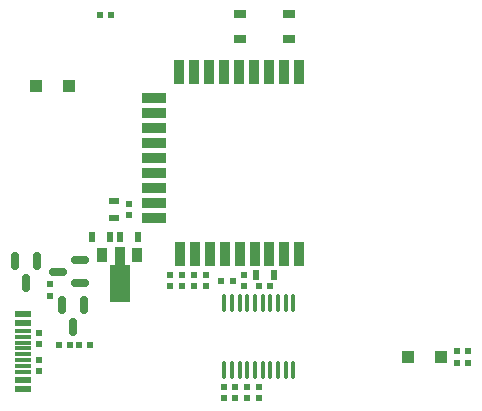
<source format=gtp>
G04 #@! TF.GenerationSoftware,KiCad,Pcbnew,6.0.4-6f826c9f35~116~ubuntu20.04.1*
G04 #@! TF.CreationDate,2022-03-24T16:15:20+01:00*
G04 #@! TF.ProjectId,philphoc-luma,7068696c-7068-46f6-932d-6c756d612e6b,rev?*
G04 #@! TF.SameCoordinates,Original*
G04 #@! TF.FileFunction,Paste,Top*
G04 #@! TF.FilePolarity,Positive*
%FSLAX46Y46*%
G04 Gerber Fmt 4.6, Leading zero omitted, Abs format (unit mm)*
G04 Created by KiCad (PCBNEW 6.0.4-6f826c9f35~116~ubuntu20.04.1) date 2022-03-24 16:15:20*
%MOMM*%
%LPD*%
G01*
G04 APERTURE LIST*
G04 Aperture macros list*
%AMRoundRect*
0 Rectangle with rounded corners*
0 $1 Rounding radius*
0 $2 $3 $4 $5 $6 $7 $8 $9 X,Y pos of 4 corners*
0 Add a 4 corners polygon primitive as box body*
4,1,4,$2,$3,$4,$5,$6,$7,$8,$9,$2,$3,0*
0 Add four circle primitives for the rounded corners*
1,1,$1+$1,$2,$3*
1,1,$1+$1,$4,$5*
1,1,$1+$1,$6,$7*
1,1,$1+$1,$8,$9*
0 Add four rect primitives between the rounded corners*
20,1,$1+$1,$2,$3,$4,$5,0*
20,1,$1+$1,$4,$5,$6,$7,0*
20,1,$1+$1,$6,$7,$8,$9,0*
20,1,$1+$1,$8,$9,$2,$3,0*%
%AMFreePoly0*
4,1,9,3.862500,-0.866500,0.737500,-0.866500,0.737500,-0.450000,-0.737500,-0.450000,-0.737500,0.450000,0.737500,0.450000,0.737500,0.866500,3.862500,0.866500,3.862500,-0.866500,3.862500,-0.866500,$1*%
G04 Aperture macros list end*
%ADD10RoundRect,0.150000X-0.150000X0.587500X-0.150000X-0.587500X0.150000X-0.587500X0.150000X0.587500X0*%
%ADD11R,0.900000X2.000000*%
%ADD12R,2.000000X0.900000*%
%ADD13R,0.500000X0.600000*%
%ADD14R,0.600000X0.500000*%
%ADD15RoundRect,0.100000X-0.100000X0.637500X-0.100000X-0.637500X0.100000X-0.637500X0.100000X0.637500X0*%
%ADD16R,0.900000X1.300000*%
%ADD17FreePoly0,270.000000*%
%ADD18R,1.100000X1.100000*%
%ADD19R,0.900000X0.600000*%
%ADD20R,1.050000X0.650000*%
%ADD21R,0.600000X0.900000*%
%ADD22RoundRect,0.150000X0.587500X0.150000X-0.587500X0.150000X-0.587500X-0.150000X0.587500X-0.150000X0*%
%ADD23R,1.450000X0.600000*%
%ADD24R,1.450000X0.300000*%
G04 APERTURE END LIST*
D10*
X58750000Y-75812500D03*
X56850000Y-75812500D03*
X57800000Y-77687500D03*
D11*
X80921000Y-59873000D03*
X79651000Y-59873000D03*
X78381000Y-59873000D03*
X77111000Y-59873000D03*
X75841000Y-59873000D03*
X74571000Y-59873000D03*
X73301000Y-59873000D03*
X72031000Y-59873000D03*
X70761000Y-59873000D03*
D12*
X68606500Y-62050500D03*
X68606500Y-63320500D03*
X68606500Y-64590500D03*
X68606500Y-65860500D03*
X68606500Y-67130500D03*
X68602000Y-68389000D03*
X68602000Y-69659000D03*
X68602000Y-70929000D03*
X68602000Y-72199000D03*
D11*
X70782500Y-75231000D03*
X72052500Y-75231000D03*
X73322500Y-75231000D03*
X74592500Y-75231000D03*
X75862500Y-75231000D03*
X77132500Y-75231000D03*
X78381000Y-75238000D03*
X79651000Y-75238000D03*
X80921000Y-75238000D03*
D13*
X94280000Y-84500000D03*
X95220000Y-84500000D03*
D14*
X76250000Y-77970000D03*
X76250000Y-77030000D03*
D15*
X80425000Y-79387500D03*
X79775000Y-79387500D03*
X79125000Y-79387500D03*
X78475000Y-79387500D03*
X77825000Y-79387500D03*
X77175000Y-79387500D03*
X76525000Y-79387500D03*
X75875000Y-79387500D03*
X75225000Y-79387500D03*
X74575000Y-79387500D03*
X74575000Y-85112500D03*
X75225000Y-85112500D03*
X75875000Y-85112500D03*
X76525000Y-85112500D03*
X77175000Y-85112500D03*
X77825000Y-85112500D03*
X78475000Y-85112500D03*
X79125000Y-85112500D03*
X79775000Y-85112500D03*
X80425000Y-85112500D03*
D16*
X67200000Y-75350000D03*
D17*
X65700000Y-75437500D03*
D16*
X64200000Y-75350000D03*
D14*
X70000000Y-77970000D03*
X70000000Y-77030000D03*
D13*
X95220000Y-83500000D03*
X94280000Y-83500000D03*
D18*
X58600000Y-61000000D03*
X61400000Y-61000000D03*
D19*
X65250000Y-70750000D03*
X65250000Y-72250000D03*
D18*
X92900000Y-84000000D03*
X90100000Y-84000000D03*
D20*
X75925000Y-57075000D03*
X80075000Y-57075000D03*
X80075000Y-54925000D03*
X75925000Y-54925000D03*
D14*
X59800000Y-78770000D03*
X59800000Y-77830000D03*
X75500000Y-86530000D03*
X75500000Y-87470000D03*
X74500000Y-86530000D03*
X74500000Y-87470000D03*
D13*
X64030000Y-55000000D03*
X64970000Y-55000000D03*
D10*
X62700000Y-79562500D03*
X60800000Y-79562500D03*
X61750000Y-81437500D03*
D13*
X60530000Y-83000000D03*
X61470000Y-83000000D03*
D21*
X67250000Y-73800000D03*
X65750000Y-73800000D03*
D22*
X62337500Y-77700000D03*
X62337500Y-75800000D03*
X60462500Y-76750000D03*
D14*
X76500000Y-86530000D03*
X76500000Y-87470000D03*
X71000000Y-78000000D03*
X71000000Y-77060000D03*
X58900000Y-85170000D03*
X58900000Y-84230000D03*
X58900000Y-81930000D03*
X58900000Y-82870000D03*
D13*
X78470000Y-78000000D03*
X77530000Y-78000000D03*
D21*
X63350000Y-73800000D03*
X64850000Y-73800000D03*
D13*
X62280000Y-83000000D03*
X63220000Y-83000000D03*
D14*
X73000000Y-77970000D03*
X73000000Y-77030000D03*
X72000000Y-77970000D03*
X72000000Y-77030000D03*
D21*
X78750000Y-77000000D03*
X77250000Y-77000000D03*
D13*
X75270000Y-77500000D03*
X74330000Y-77500000D03*
D14*
X66500000Y-71030000D03*
X66500000Y-71970000D03*
D23*
X57500000Y-80300000D03*
X57500000Y-81100000D03*
D24*
X57500000Y-82250000D03*
X57500000Y-83250000D03*
X57500000Y-83750000D03*
X57500000Y-84750000D03*
D23*
X57500000Y-81100000D03*
X57500000Y-80300000D03*
X57500000Y-86700000D03*
X57500000Y-85900000D03*
D24*
X57500000Y-85250000D03*
X57500000Y-84250000D03*
X57500000Y-82750000D03*
X57500000Y-81750000D03*
D23*
X57500000Y-85900000D03*
X57500000Y-86700000D03*
D14*
X77500000Y-86530000D03*
X77500000Y-87470000D03*
M02*

</source>
